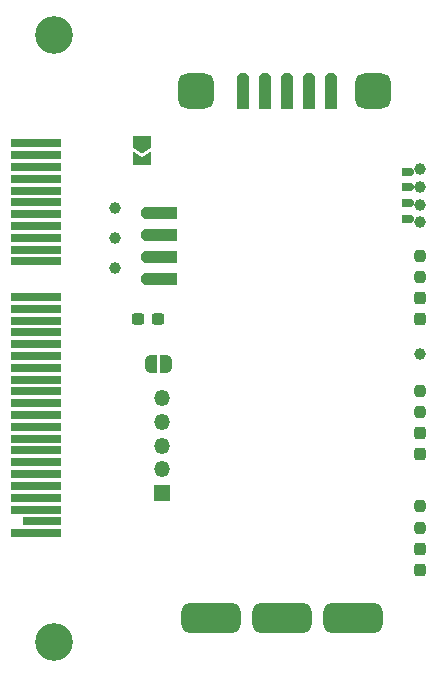
<source format=gbr>
%TF.GenerationSoftware,KiCad,Pcbnew,7.0.9*%
%TF.CreationDate,2024-04-13T12:05:23+02:00*%
%TF.ProjectId,MotorDriverCarrier-rounded,4d6f746f-7244-4726-9976-657243617272,rev?*%
%TF.SameCoordinates,Original*%
%TF.FileFunction,Soldermask,Top*%
%TF.FilePolarity,Negative*%
%FSLAX46Y46*%
G04 Gerber Fmt 4.6, Leading zero omitted, Abs format (unit mm)*
G04 Created by KiCad (PCBNEW 7.0.9) date 2024-04-13 12:05:23*
%MOMM*%
%LPD*%
G01*
G04 APERTURE LIST*
G04 Aperture macros list*
%AMRoundRect*
0 Rectangle with rounded corners*
0 $1 Rounding radius*
0 $2 $3 $4 $5 $6 $7 $8 $9 X,Y pos of 4 corners*
0 Add a 4 corners polygon primitive as box body*
4,1,4,$2,$3,$4,$5,$6,$7,$8,$9,$2,$3,0*
0 Add four circle primitives for the rounded corners*
1,1,$1+$1,$2,$3*
1,1,$1+$1,$4,$5*
1,1,$1+$1,$6,$7*
1,1,$1+$1,$8,$9*
0 Add four rect primitives between the rounded corners*
20,1,$1+$1,$2,$3,$4,$5,0*
20,1,$1+$1,$4,$5,$6,$7,0*
20,1,$1+$1,$6,$7,$8,$9,0*
20,1,$1+$1,$8,$9,$2,$3,0*%
%AMOutline5P*
0 Free polygon, 5 corners , with rotation*
0 The origin of the aperture is its center*
0 number of corners: always 5*
0 $1 to $10 corner X, Y*
0 $11 Rotation angle, in degrees counterclockwise*
0 create outline with 5 corners*
4,1,5,$1,$2,$3,$4,$5,$6,$7,$8,$9,$10,$1,$2,$11*%
%AMOutline6P*
0 Free polygon, 6 corners , with rotation*
0 The origin of the aperture is its center*
0 number of corners: always 6*
0 $1 to $12 corner X, Y*
0 $13 Rotation angle, in degrees counterclockwise*
0 create outline with 6 corners*
4,1,6,$1,$2,$3,$4,$5,$6,$7,$8,$9,$10,$11,$12,$1,$2,$13*%
%AMOutline7P*
0 Free polygon, 7 corners , with rotation*
0 The origin of the aperture is its center*
0 number of corners: always 7*
0 $1 to $14 corner X, Y*
0 $15 Rotation angle, in degrees counterclockwise*
0 create outline with 7 corners*
4,1,7,$1,$2,$3,$4,$5,$6,$7,$8,$9,$10,$11,$12,$13,$14,$1,$2,$15*%
%AMOutline8P*
0 Free polygon, 8 corners , with rotation*
0 The origin of the aperture is its center*
0 number of corners: always 8*
0 $1 to $16 corner X, Y*
0 $17 Rotation angle, in degrees counterclockwise*
0 create outline with 8 corners*
4,1,8,$1,$2,$3,$4,$5,$6,$7,$8,$9,$10,$11,$12,$13,$14,$15,$16,$1,$2,$17*%
%AMFreePoly0*
4,1,19,0.000000,0.744911,0.071157,0.744911,0.207708,0.704816,0.327430,0.627875,0.420627,0.520320,0.479746,0.390866,0.500000,0.250000,0.500000,-0.250000,0.479746,-0.390866,0.420627,-0.520320,0.327430,-0.627875,0.207708,-0.704816,0.071157,-0.744911,0.000000,-0.744911,0.000000,-0.750000,-0.500000,-0.750000,-0.500000,0.750000,0.000000,0.750000,0.000000,0.744911,0.000000,0.744911,
$1*%
%AMFreePoly1*
4,1,19,0.500000,-0.750000,0.000000,-0.750000,0.000000,-0.744911,-0.071157,-0.744911,-0.207708,-0.704816,-0.327430,-0.627875,-0.420627,-0.520320,-0.479746,-0.390866,-0.500000,-0.250000,-0.500000,0.250000,-0.479746,0.390866,-0.420627,0.520320,-0.327430,0.627875,-0.207708,0.704816,-0.071157,0.744911,0.000000,0.744911,0.000000,0.750000,0.500000,0.750000,0.500000,-0.750000,0.500000,-0.750000,
$1*%
%AMFreePoly2*
4,1,6,1.000000,0.000000,0.500000,-0.750000,-0.500000,-0.750000,-0.500000,0.750000,0.500000,0.750000,1.000000,0.000000,1.000000,0.000000,$1*%
%AMFreePoly3*
4,1,6,0.500000,-0.750000,-0.650000,-0.750000,-0.150000,0.000000,-0.650000,0.750000,0.500000,0.750000,0.500000,-0.750000,0.500000,-0.750000,$1*%
G04 Aperture macros list end*
%ADD10RoundRect,0.237500X-0.237500X0.250000X-0.237500X-0.250000X0.237500X-0.250000X0.237500X0.250000X0*%
%ADD11O,1.350000X1.350000*%
%ADD12R,1.350000X1.350000*%
%ADD13RoundRect,0.237500X0.300000X0.237500X-0.300000X0.237500X-0.300000X-0.237500X0.300000X-0.237500X0*%
%ADD14RoundRect,0.237500X0.237500X-0.287500X0.237500X0.287500X-0.237500X0.287500X-0.237500X-0.287500X0*%
%ADD15FreePoly0,0.000000*%
%ADD16FreePoly1,0.000000*%
%ADD17Outline6P,-0.500000X1.200000X-0.200000X1.500000X0.200000X1.500000X0.500000X1.200000X0.500000X-1.500000X-0.500000X-1.500000X0.000000*%
%ADD18C,3.200000*%
%ADD19C,1.000000*%
%ADD20Outline6P,-0.350000X0.290000X-0.140000X0.500000X0.140000X0.500000X0.350000X0.290000X0.350000X-0.500000X-0.350000X-0.500000X270.000000*%
%ADD21R,4.300000X0.700000*%
%ADD22R,3.200000X0.700000*%
%ADD23FreePoly2,270.000000*%
%ADD24FreePoly3,270.000000*%
%ADD25RoundRect,0.625000X1.875000X0.625000X-1.875000X0.625000X-1.875000X-0.625000X1.875000X-0.625000X0*%
%ADD26Outline6P,-0.500000X1.200000X-0.200000X1.500000X0.200000X1.500000X0.500000X1.200000X0.500000X-1.500000X-0.500000X-1.500000X90.000000*%
%ADD27RoundRect,0.750000X0.750000X0.750000X-0.750000X0.750000X-0.750000X-0.750000X0.750000X-0.750000X0*%
G04 APERTURE END LIST*
D10*
%TO.C,R1*%
X143002000Y-85447500D03*
X143002000Y-87272500D03*
%TD*%
D11*
%TO.C,J2*%
X121158000Y-86075000D03*
X121158000Y-88075000D03*
X121158000Y-90075000D03*
X121158000Y-92075000D03*
D12*
X121158000Y-94075000D03*
%TD*%
D10*
%TO.C,R6*%
X143002000Y-73994000D03*
X143002000Y-75819000D03*
%TD*%
D13*
%TO.C,C1*%
X120865500Y-79335000D03*
X119140500Y-79335000D03*
%TD*%
D14*
%TO.C,D1*%
X143002000Y-90791000D03*
X143002000Y-89041000D03*
%TD*%
D15*
%TO.C,JP2*%
X121542000Y-83185000D03*
D16*
X120242000Y-83185000D03*
%TD*%
D17*
%TO.C,J13*%
X128004000Y-60093566D03*
X129879000Y-60093566D03*
X131754000Y-60093566D03*
X133629000Y-60093566D03*
X135504000Y-60093566D03*
%TD*%
D18*
%TO.C,H1*%
X112050594Y-55298811D03*
%TD*%
D19*
%TO.C,J1*%
X142980000Y-66670683D03*
D20*
X141980000Y-66870683D03*
D19*
X142980000Y-68170683D03*
D20*
X141980000Y-68220683D03*
D19*
X142980000Y-69670683D03*
D20*
X141980000Y-69570683D03*
D19*
X142980000Y-71170683D03*
D20*
X141980000Y-70920683D03*
D19*
X142980000Y-82347317D03*
%TD*%
D14*
%TO.C,D2*%
X143002000Y-100570000D03*
X143002000Y-98820000D03*
%TD*%
D10*
%TO.C,R2*%
X143002000Y-95226500D03*
X143002000Y-97051500D03*
%TD*%
D14*
%TO.C,D3*%
X143002000Y-79337500D03*
X143002000Y-77587500D03*
%TD*%
D18*
%TO.C,H2*%
X112040303Y-106701283D03*
%TD*%
D21*
%TO.C,J15*%
X110490000Y-64487000D03*
X110490000Y-65487000D03*
X110490000Y-66487000D03*
X110490000Y-67487000D03*
X110490000Y-68487000D03*
X110490000Y-69487000D03*
X110490000Y-70487000D03*
X110490000Y-71487000D03*
X110490000Y-72487000D03*
X110490000Y-73487000D03*
X110490000Y-74487000D03*
X110490000Y-77487000D03*
X110490000Y-78487000D03*
X110490000Y-79487000D03*
X110490000Y-80487000D03*
X110490000Y-81487000D03*
X110490000Y-82487000D03*
X110490000Y-83487000D03*
X110490000Y-84487000D03*
X110490000Y-85487000D03*
X110490000Y-86487000D03*
X110490000Y-87487000D03*
X110490000Y-88487000D03*
X110490000Y-89487000D03*
X110490000Y-90487000D03*
X110490000Y-91487000D03*
X110490000Y-92487000D03*
X110490000Y-93487000D03*
X110490000Y-94487000D03*
X110490000Y-95487000D03*
D22*
X111040000Y-96487000D03*
D21*
X110490000Y-97487000D03*
%TD*%
D19*
%TO.C,TP3*%
X117221000Y-69977000D03*
%TD*%
%TO.C,TP2*%
X117221000Y-72517000D03*
%TD*%
D23*
%TO.C,JP1*%
X119495000Y-64386000D03*
D24*
X119495000Y-65836000D03*
%TD*%
D25*
%TO.C,J10*%
X137312000Y-104690566D03*
X131312000Y-104690566D03*
X125312000Y-104690566D03*
%TD*%
D19*
%TO.C,TP1*%
X117221000Y-75057000D03*
%TD*%
D26*
%TO.C,J14*%
X120892000Y-75973000D03*
X120892000Y-74098000D03*
X120892000Y-72223000D03*
X120892000Y-70348000D03*
%TD*%
D27*
%TO.C,J11*%
X139067000Y-60015000D03*
X124067000Y-60015000D03*
%TD*%
M02*

</source>
